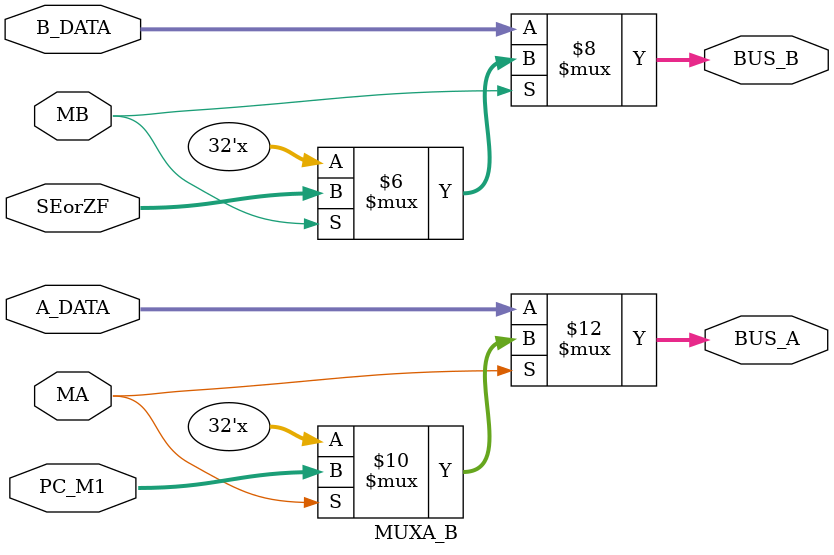
<source format=v>
`timescale 1ns / 1ps
module MUXA_B(
	input [31:0] PC_M1,
	input [31:0] A_DATA,
	input [31:0] B_DATA,
	input [31:0] SEorZF,
	input        MA,
	input			 MB,
	output[31:0] BUS_A,
	output[31:0] BUS_B
    );

always @(*)
	begin
		if(MA == 1)
			begin
				BUS_A <= PC_M1;
			end
		if(MA == 0)
			begin
				BUS_A <= A_DATA;
			end
			
		if(MB == 1)
			begin
				BUS_B <= SEorZF;
			end
		if(MB == 0)
			begin
				BUS_B <= B_DATA;
			end
	end

endmodule

</source>
